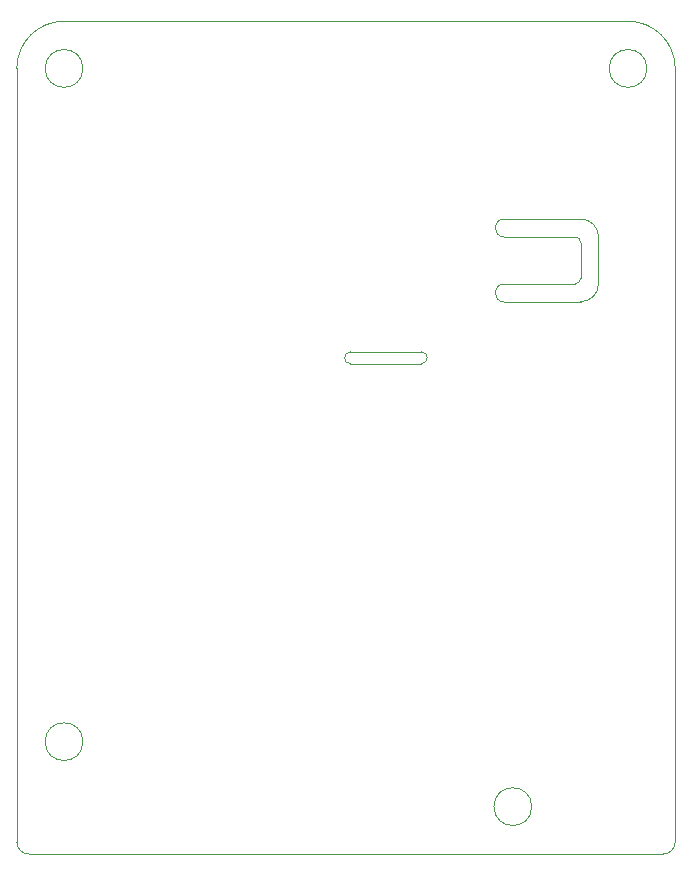
<source format=gm1>
G04 #@! TF.GenerationSoftware,KiCad,Pcbnew,(5.1.6)-1*
G04 #@! TF.CreationDate,2021-05-04T19:37:33+03:00*
G04 #@! TF.ProjectId,APC,4150432e-6b69-4636-9164-5f7063625858,rev?*
G04 #@! TF.SameCoordinates,Original*
G04 #@! TF.FileFunction,Profile,NP*
%FSLAX46Y46*%
G04 Gerber Fmt 4.6, Leading zero omitted, Abs format (unit mm)*
G04 Created by KiCad (PCBNEW (5.1.6)-1) date 2021-05-04 19:37:33*
%MOMM*%
%LPD*%
G01*
G04 APERTURE LIST*
G04 #@! TA.AperFunction,Profile*
%ADD10C,0.050000*%
G04 #@! TD*
G04 APERTURE END LIST*
D10*
X116500000Y-59000000D02*
G75*
G02*
X116500000Y-58000000I0J500000D01*
G01*
X122500000Y-58000000D02*
G75*
G02*
X122500000Y-59000000I0J-500000D01*
G01*
X116500000Y-59000000D02*
X119500000Y-59000000D01*
X119500000Y-58000000D02*
X116500000Y-58000000D01*
X122500000Y-58000000D02*
X119500000Y-58000000D01*
X119500000Y-59000000D02*
X122500000Y-59000000D01*
X89250000Y-100500000D02*
G75*
G02*
X88250000Y-99500000I0J1000000D01*
G01*
X144000000Y-99500000D02*
G75*
G02*
X143000000Y-100500000I-1000000J0D01*
G01*
X93850000Y-34000000D02*
G75*
G03*
X93850000Y-34000000I-1600000J0D01*
G01*
X141600000Y-34000000D02*
G75*
G03*
X141600000Y-34000000I-1600000J0D01*
G01*
X93850000Y-91000000D02*
G75*
G03*
X93850000Y-91000000I-1600000J0D01*
G01*
X92250000Y-30000000D02*
X140000000Y-30000000D01*
X88250000Y-34000000D02*
G75*
G02*
X92250000Y-30000000I4000000J0D01*
G01*
X88250000Y-99500000D02*
X88250000Y-34000000D01*
X89250000Y-100500000D02*
X143000000Y-100500000D01*
X140000000Y-30000000D02*
G75*
G02*
X144000000Y-34000000I0J-4000000D01*
G01*
X144000000Y-99500000D02*
X144000000Y-34000000D01*
X131850000Y-96500000D02*
G75*
G03*
X131850000Y-96500000I-1600000J0D01*
G01*
X136000000Y-51750000D02*
G75*
G02*
X135500000Y-52250000I-500000J0D01*
G01*
X135500000Y-48250000D02*
G75*
G02*
X136000000Y-48750000I0J-500000D01*
G01*
X136000000Y-51750000D02*
X136000000Y-48750000D01*
X136000000Y-46750000D02*
G75*
G02*
X137500000Y-48250000I0J-1500000D01*
G01*
X137500000Y-52250000D02*
G75*
G02*
X136000000Y-53750000I-1500000J0D01*
G01*
X129500000Y-53750000D02*
G75*
G02*
X129500000Y-52250000I0J750000D01*
G01*
X129500000Y-48250000D02*
G75*
G02*
X129500000Y-46750000I0J750000D01*
G01*
X136000000Y-53750000D02*
X129500000Y-53750000D01*
X137500000Y-48250000D02*
X137500000Y-52250000D01*
X129500000Y-46750000D02*
X136000000Y-46750000D01*
X135500000Y-52250000D02*
X129500000Y-52250000D01*
X129500000Y-48250000D02*
X135500000Y-48250000D01*
M02*

</source>
